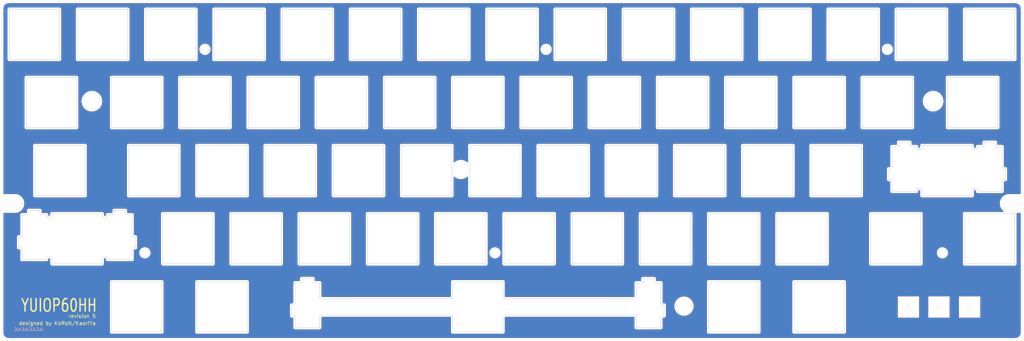
<source format=kicad_pcb>
(kicad_pcb (version 20211014) (generator pcbnew)
  (title_block (title "YUIOP60HH/Top plate") (date "2021-07-04") (rev "4.1") (company "KaoriYa"))
  (layers (0 "F.Cu" signal) (31 "B.Cu" signal) (34 "B.Paste" user) (35 "F.Paste" user) (36 "B.SilkS" user "B.Silkscreen") (37 "F.SilkS" user "F.Silkscreen") (38 "B.Mask" user) (39 "F.Mask" user) (44 "Edge.Cuts" user))
  (net 0 "")
  (footprint "yuiop:TopPlate_v2_Switch_1u" (layer "F.Cu") (at 79.15 109.20984)
    (fp_text reference "KSW1" hide)
    (fp_text value "ESC" hide)
    (fp_line (start -7.0104 7.0104) (end 7.0104 7.0104) (layer "Edge.Cuts") (width 0.12))
    (fp_line (start 7.0104 -7.0104) (end -7.0104 -7.0104) (layer "Edge.Cuts") (width 0.12))
    (fp_line (start 7.0104 7.0104) (end 7.0104 -7.0104) (layer "Edge.Cuts") (width 0.12))
    (fp_line (start -7.0104 -7.0104) (end -7.0104 7.0104) (layer "Edge.Cuts") (width 0.12))
  )
  (footprint "yuiop:TopPlate_v2_Switch_1u" (layer "F.Cu") (at 98.2 109.20984)
    (fp_text reference "KSW2" hide)
    (fp_text value "1" hide)
    (fp_line (start -7.0104 7.0104) (end 7.0104 7.0104) (layer "Edge.Cuts") (width 0.12))
    (fp_line (start 7.0104 7.0104) (end 7.0104 -7.0104) (layer "Edge.Cuts") (width 0.12))
    (fp_line (start -7.0104 -7.0104) (end -7.0104 7.0104) (layer "Edge.Cuts") (width 0.12))
    (fp_line (start 7.0104 -7.0104) (end -7.0104 -7.0104) (layer "Edge.Cuts") (width 0.12))
  )
  (footprint "yuiop:TopPlate_v2_Switch_1u" (layer "F.Cu") (at 117.25 109.20984)
    (fp_text reference "KSW3" hide)
    (fp_text value "2" hide)
    (fp_line (start -7.0104 -7.0104) (end -7.0104 7.0104) (layer "Edge.Cuts") (width 0.12))
    (fp_line (start -7.0104 7.0104) (end 7.0104 7.0104) (layer "Edge.Cuts") (width 0.12))
    (fp_line (start 7.0104 -7.0104) (end -7.0104 -7.0104) (layer "Edge.Cuts") (width 0.12))
    (fp_line (start 7.0104 7.0104) (end 7.0104 -7.0104) (layer "Edge.Cuts") (width 0.12))
  )
  (footprint "yuiop:TopPlate_v2_Switch_1u" (layer "F.Cu") (at 136.3 109.20984)
    (fp_text reference "KSW4" hide)
    (fp_text value "3" hide)
    (fp_line (start -7.0104 -7.0104) (end -7.0104 7.0104) (layer "Edge.Cuts") (width 0.12))
    (fp_line (start 7.0104 -7.0104) (end -7.0104 -7.0104) (layer "Edge.Cuts") (width 0.12))
    (fp_line (start -7.0104 7.0104) (end 7.0104 7.0104) (layer "Edge.Cuts") (width 0.12))
    (fp_line (start 7.0104 7.0104) (end 7.0104 -7.0104) (layer "Edge.Cuts") (width 0.12))
  )
  (footprint "yuiop:TopPlate_v2_Switch_1u" (layer "F.Cu") (at 155.35 109.20984)
    (fp_text reference "KSW5" hide)
    (fp_text value "4" hide)
    (fp_line (start -7.0104 -7.0104) (end -7.0104 7.0104) (layer "Edge.Cuts") (width 0.12))
    (fp_line (start 7.0104 -7.0104) (end -7.0104 -7.0104) (layer "Edge.Cuts") (width 0.12))
    (fp_line (start -7.0104 7.0104) (end 7.0104 7.0104) (layer "Edge.Cuts") (width 0.12))
    (fp_line (start 7.0104 7.0104) (end 7.0104 -7.0104) (layer "Edge.Cuts") (width 0.12))
  )
  (footprint "yuiop:TopPlate_v2_Switch_1u" (layer "F.Cu") (at 174.4 109.20984)
    (fp_text reference "KSW6" hide)
    (fp_text value "5" hide)
    (fp_line (start -7.0104 7.0104) (end 7.0104 7.0104) (layer "Edge.Cuts") (width 0.12))
    (fp_line (start 7.0104 -7.0104) (end -7.0104 -7.0104) (layer "Edge.Cuts") (width 0.12))
    (fp_line (start -7.0104 -7.0104) (end -7.0104 7.0104) (layer "Edge.Cuts") (width 0.12))
    (fp_line (start 7.0104 7.0104) (end 7.0104 -7.0104) (layer "Edge.Cuts") (width 0.12))
  )
  (footprint "yuiop:TopPlate_v2_Switch_1u" (layer "F.Cu") (at 193.45 109.20984)
    (fp_text reference "KSW7" hide)
    (fp_text value "6" hide)
    (fp_line (start 7.0104 7.0104) (end 7.0104 -7.0104) (layer "Edge.Cuts") (width 0.12))
    (fp_line (start 7.0104 -7.0104) (end -7.0104 -7.0104) (layer "Edge.Cuts") (width 0.12))
    (fp_line (start -7.0104 -7.0104) (end -7.0104 7.0104) (layer "Edge.Cuts") (width 0.12))
    (fp_line (start -7.0104 7.0104) (end 7.0104 7.0104) (layer "Edge.Cuts") (width 0.12))
  )
  (footprint "yuiop:TopPlate_v2_Switch_1u" (layer "F.Cu") (at 212.5 109.20984)
    (fp_text reference "KSW8" hide)
    (fp_text value "7" hide)
    (fp_line (start -7.0104 -7.0104) (end -7.0104 7.0104) (layer "Edge.Cuts") (width 0.12))
    (fp_line (start -7.0104 7.0104) (end 7.0104 7.0104) (layer "Edge.Cuts") (width 0.12))
    (fp_line (start 7.0104 -7.0104) (end -7.0104 -7.0104) (layer "Edge.Cuts") (width 0.12))
    (fp_line (start 7.0104 7.0104) (end 7.0104 -7.0104) (layer "Edge.Cuts") (width 0.12))
  )
  (footprint "yuiop:TopPlate_v2_Switch_1u" (layer "F.Cu") (at 231.55 109.20984)
    (fp_text reference "KSW9" hide)
    (fp_text value "8" hide)
    (fp_line (start 7.0104 -7.0104) (end -7.0104 -7.0104) (layer "Edge.Cuts") (width 0.12))
    (fp_line (start -7.0104 7.0104) (end 7.0104 7.0104) (layer "Edge.Cuts") (width 0.12))
    (fp_line (start -7.0104 -7.0104) (end -7.0104 7.0104) (layer "Edge.Cuts") (width 0.12))
    (fp_line (start 7.0104 7.0104) (end 7.0104 -7.0104) (layer "Edge.Cuts") (width 0.12))
  )
  (footprint "yuiop:TopPlate_v2_Switch_1u" (layer "F.Cu") (at 250.6 109.20984)
    (fp_text reference "KSW10" hide)
    (fp_text value "9" hide)
    (fp_line (start -7.0104 7.0104) (end 7.0104 7.0104) (layer "Edge.Cuts") (width 0.12))
    (fp_line (start 7.0104 -7.0104) (end -7.0104 -7.0104) (layer "Edge.Cuts") (width 0.12))
    (fp_line (start -7.0104 -7.0104) (end -7.0104 7.0104) (layer "Edge.Cuts") (width 0.12))
    (fp_line (start 7.0104 7.0104) (end 7.0104 -7.0104) (layer "Edge.Cuts") (width 0.12))
  )
  (footprint "yuiop:TopPlate_v2_Switch_1u" (layer "F.Cu") (at 269.65 109.20984)
    (fp_text reference "KSW11" hide)
    (fp_text value "0" hide)
    (fp_line (start 7.0104 7.0104) (end 7.0104 -7.0104) (layer "Edge.Cuts") (width 0.12))
    (fp_line (start 7.0104 -7.0104) (end -7.0104 -7.0104) (layer "Edge.Cuts") (width 0.12))
    (fp_line (start -7.0104 7.0104) (end 7.0104 7.0104) (layer "Edge.Cuts") (width 0.12))
    (fp_line (start -7.0104 -7.0104) (end -7.0104 7.0104) (layer "Edge.Cuts") (width 0.12))
  )
  (footprint "yuiop:TopPlate_v2_Switch_1u" (layer "F.Cu") (at 288.7 109.20984)
    (fp_text reference "KSW12" hide)
    (fp_text value "- _" hide)
    (fp_line (start 7.0104 7.0104) (end 7.0104 -7.0104) (layer "Edge.Cuts") (width 0.12))
    (fp_line (start -7.0104 7.0104) (end 7.0104 7.0104) (layer "Edge.Cuts") (width 0.12))
    (fp_line (start -7.0104 -7.0104) (end -7.0104 7.0104) (layer "Edge.Cuts") (width 0.12))
    (fp_line (start 7.0104 -7.0104) (end -7.0104 -7.0104) (layer "Edge.Cuts") (width 0.12))
  )
  (footprint "yuiop:TopPlate_v2_Switch_1u" (layer "F.Cu") (at 307.75 109.20984)
    (fp_text reference "KSW13" hide)
    (fp_text value "= +" hide)
    (fp_line (start 7.0104 7.0104) (end 7.0104 -7.0104) (layer "Edge.Cuts") (width 0.12))
    (fp_line (start -7.0104 -7.0104) (end -7.0104 7.0104) (layer "Edge.Cuts") (width 0.12))
    (fp_line (start 7.0104 -7.0104) (end -7.0104 -7.0104) (layer "Edge.Cuts") (width 0.12))
    (fp_line (start -7.0104 7.0104) (end 7.0104 7.0104) (layer "Edge.Cuts") (width 0.12))
  )
  (footprint "yuiop:TopPlate_v2_Switch_1u" (layer "F.Cu") (at 326.8 109.20984)
    (fp_text reference "KSW14" hide)
    (fp_text value "\\ _" hide)
    (fp_line (start 7.0104 -7.0104) (end -7.0104 -7.0104) (layer "Edge.Cuts") (width 0.12))
    (fp_line (start -7.0104 7.0104) (end 7.0104 7.0104) (layer "Edge.Cuts") (width 0.12))
    (fp_line (start -7.0104 -7.0104) (end -7.0104 7.0104) (layer "Edge.Cuts") (width 0.12))
    (fp_line (start 7.0104 7.0104) (end 7.0104 -7.0104) (layer "Edge.Cuts") (width 0.12))
  )
  (footprint "yuiop:TopPlate_v2_Switch_1u" (layer "F.Cu") (at 345.85 109.20984)
    (fp_text reference "KSW15" hide)
    (fp_text value "` ~" hide)
    (fp_line (start -7.0104 -7.0104) (end -7.0104 7.0104) (layer "Edge.Cuts") (width 0.12))
    (fp_line (start 7.0104 7.0104) (end 7.0104 -7.0104) (layer "Edge.Cuts") (width 0.12))
    (fp_line (start 7.0104 -7.0104) (end -7.0104 -7.0104) (layer "Edge.Cuts") (width 0.12))
    (fp_line (start -7.0104 7.0104) (end 7.0104 7.0104) (layer "Edge.Cuts") (width 0.12))
  )
  (footprint "yuiop:TopPlate_v2_Switch_1u" (layer "F.Cu") (at 83.9125 128.25984)
    (fp_text reference "KSW16" hide)
    (fp_text value "Tab" hide)
    (fp_line (start 7.0104 7.0104) (end 7.0104 -7.0104) (layer "Edge.Cuts") (width 0.12))
    (fp_line (start -7.0104 7.0104) (end 7.0104 7.0104) (layer "Edge.Cuts") (width 0.12))
    (fp_line (start -7.0104 -7.0104) (end -7.0104 7.0104) (layer "Edge.Cuts") (width 0.12))
    (fp_line (start 7.0104 -7.0104) (end -7.0104 -7.0104) (layer "Edge.Cuts") (width 0.12))
  )
  (footprint "yuiop:TopPlate_v2_Switch_1u" (layer "F.Cu") (at 107.725 128.25984)
    (fp_text reference "KSW17" hide)
    (fp_text value "Q" hide)
    (fp_line (start -7.0104 7.0104) (end 7.0104 7.0104) (layer "Edge.Cuts") (width 0.12))
    (fp_line (start 7.0104 7.0104) (end 7.0104 -7.0104) (layer "Edge.Cuts") (width 0.12))
    (fp_line (start 7.0104 -7.0104) (end -7.0104 -7.0104) (layer "Edge.Cuts") (width 0.12))
    (fp_line (start -7.0104 -7.0104) (end -7.0104 7.0104) (layer "Edge.Cuts") (width 0.12))
  )
  (footprint "yuiop:TopPlate_v2_Switch_1u" (layer "F.Cu") (at 126.775 128.25984)
    (fp_text reference "KSW18" hide)
    (fp_text value "W" hide)
    (fp_line (start 7.0104 7.0104) (end 7.0104 -7.0104) (layer "Edge.Cuts") (width 0.12))
    (fp_line (start -7.0104 -7.0104) (end -7.0104 7.0104) (layer "Edge.Cuts") (width 0.12))
    (fp_line (start 7.0104 -7.0104) (end -7.0104 -7.0104) (layer "Edge.Cuts") (width 0.12))
    (fp_line (start -7.0104 7.0104) (end 7.0104 7.0104) (layer "Edge.Cuts") (width 0.12))
  )
  (footprint "yuiop:TopPlate_v2_Switch_1u" (layer "F.Cu") (at 145.825 128.25984)
    (fp_text reference "KSW19" hide)
    (fp_text value "E" hide)
    (fp_line (start -7.0104 -7.0104) (end -7.0104 7.0104) (layer "Edge.Cuts") (width 0.12))
    (fp_line (start 7.0104 -7.0104) (end -7.0104 -7.0104) (layer "Edge.Cuts") (width 0.12))
    (fp_line (start -7.0104 7.0104) (end 7.0104 7.0104) (layer "Edge.Cuts") (width 0.12))
    (fp_line (start 7.0104 7.0104) (end 7.0104 -7.0104) (layer "Edge.Cuts") (width 0.12))
  )
  (footprint "yuiop:TopPlate_v2_Switch_1u" (layer "F.Cu") (at 164.875 128.25984)
    (fp_text reference "KSW20" hide)
    (fp_text value "R" hide)
    (fp_line (start -7.0104 7.0104) (end 7.0104 7.0104) (layer "Edge.Cuts") (width 0.12))
    (fp_line (start 7.0104 -7.0104) (end -7.0104 -7.0104) (layer "Edge.Cuts") (width 0.12))
    (fp_line (start -7.0104 -7.0104) (end -7.0104 7.0104) (layer "Edge.Cuts") (width 0.12))
    (fp_line (start 7.0104 7.0104) (end 7.0104 -7.0104) (layer "Edge.Cuts") (width 0.12))
  )
  (footprint "yuiop:TopPlate_v2_Switch_1u" (layer "F.Cu") (at 183.925 128.25984)
    (fp_text reference "KSW21" hide)
    (fp_text value "T" hide)
    (fp_line (start -7.0104 7.0104) (end 7.0104 7.0104) (layer "Edge.Cuts") (width 0.12))
    (fp_line (start -7.0104 -7.0104) (end -7.0104 7.0104) (layer "Edge.Cuts") (width 0.12))
    (fp_line (start 7.0104 7.0104) (end 7.0104 -7.0104) (layer "Edge.Cuts") (width 0.12))
    (fp_line (start 7.0104 -7.0104) (end -7.0104 -7.0104) (layer "Edge.Cuts") (width 0.12))
  )
  (footprint "yuiop:TopPlate_v2_Switch_1u" (layer "F.Cu") (at 202.975 128.25984)
    (fp_text reference "KSW22" hide)
    (fp_text value "Y" hide)
    (fp_line (start -7.0104 -7.0104) (end -7.0104 7.0104) (layer "Edge.Cuts") (width 0.12))
    (fp_line (start 7.0104 7.0104) (end 7.0104 -7.0104) (layer "Edge.Cuts") (width 0.12))
    (fp_line (start 7.0104 -7.0104) (end -7.0104 -7.0104) (layer "Edge.Cuts") (width 0.12))
    (fp_line (start -7.0104 7.0104) (end 7.0104 7.0104) (layer "Edge.Cuts") (width 0.12))
  )
  (footprint "yuiop:TopPlate_v2_Switch_1u" (layer "F.Cu") (at 222.025 128.25984)
    (fp_text reference "KSW23" hide)
    (fp_text value "U" hide)
    (fp_line (start 7.0104 -7.0104) (end -7.0104 -7.0104) (layer "Edge.Cuts") (width 0.12))
    (fp_line (start -7.0104 -7.0104) (end -7.0104 7.0104) (layer "Edge.Cuts") (width 0.12))
    (fp_line (start 7.0104 7.0104) (end 7.0104 -7.0104) (layer "Edge.Cuts") (width 0.12))
    (fp_line (start -7.0104 7.0104) (end 7.0104 7.0104) (layer "Edge.Cuts") (width 0.12))
  )
  (footprint "yuiop:TopPlate_v2_Switch_1u" (layer "F.Cu") (at 241.075 128.25984)
    (fp_text reference "KSW24" hide)
    (fp_text value "I" hide)
    (fp_line (start -7.0104 7.0104) (end 7.0104 7.0104) (layer "Edge.Cuts") (width 0.12))
    (fp_line (start -7.0104 -7.0104) (end -7.0104 7.0104) (layer "Edge.Cuts") (width 0.12))
    (fp_line (start 7.0104 -7.0104) (end -7.0104 -7.0104) (layer "Edge.Cuts") (width 0.12))
    (fp_line (start 7.0104 7.0104) (end 7.0104 -7.0104) (layer "Edge.Cuts") (width 0.12))
  )
  (footprint "yuiop:TopPlate_v2_Switch_1u" (layer "F.Cu") (at 260.125 128.25984)
    (fp_text reference "KSW25" hide)
    (fp_text value "O" hide)
    (fp_line (start 7.0104 -7.0104) (end -7.0104 -7.0104) (layer "Edge.Cuts") (width 0.12))
    (fp_line (start -7.0104 7.0104) (end 7.0104 7.0104) (layer "Edge.Cuts") (width 0.12))
    (fp_line (start -7.0104 -7.0104) (end -7.0104 7.0104) (layer "Edge.Cuts") (width 0.12))
    (fp_line (start 7.0104 7.0104) (end 7.0104 -7.0104) (layer "Edge.Cuts") (width 0.12))
  )
  (footprint "yuiop:TopPlate_v2_Switch_1u" (layer "F.Cu") (at 279.175 128.25984)
    (fp_text reference "KSW26" hide)
    (fp_text value "P" hide)
    (fp_line (start -7.0104 7.0104) (end 7.0104 7.0104) (layer "Edge.Cuts") (width 0.12))
    (fp_line (start -7.0104 -7.0104) (end -7.0104 7.0104) (layer "Edge.Cuts") (width 0.12))
    (fp_line (start 7.0104 7.0104) (end 7.0104 -7.0104) (layer "Edge.Cuts") (width 0.12))
    (fp_line (start 7.0104 -7.0104) (end -7.0104 -7.0104) (layer "Edge.Cuts") (width 0.12))
  )
  (footprint "yuiop:TopPlate_v2_Switch_1u" (layer "F.Cu") (at 298.225 128.25984)
    (fp_text reference "KSW27" hide)
    (fp_text value "[ {" hide)
    (fp_line (start 7.0104 -7.0104) (end -7.0104 -7.0104) (layer "Edge.Cuts") (width 0.12))
    (fp_line (start -7.0104 -7.0104) (end -7.0104 7.0104) (layer "Edge.Cuts") (width 0.12))
    (fp_line (start -7.0104 7.0104) (end 7.0104 7.0104) (layer "Edge.Cuts") (width 0.12))
    (fp_line (start 7.0104 7.0104) (end 7.0104 -7.0104) (layer "Edge.Cuts") (width 0.12))
  )
  (footprint "yuiop:TopPlate_v2_Switch_1u" (layer "F.Cu") (at 317.275 128.25984)
    (fp_text reference "KSW28" hide)
    (fp_text value "] }" hide)
    (fp_line (start 7.0104 -7.0104) (end -7.0104 -7.0104) (layer "Edge.Cuts") (width 0.12))
    (fp_line (start -7.0104 -7.0104) (end -7.0104 7.0104) (layer "Edge.Cuts") (width 0.12))
    (fp_line (start 7.0104 7.0104) (end 7.0104 -7.0104) (layer "Edge.Cuts") (width 0.12))
    (fp_line (start -7.0104 7.0104) (end 7.0104 7.0104) (layer "Edge.Cuts") (width 0.12))
  )
  (footprint "yuiop:TopPlate_v2_Switch_1u" (layer "F.Cu") (at 341.087 128.25984)
    (fp_text reference "KSW29" hide)
    (fp_text value "Delete" hide)
    (fp_line (start 7.0104 7.0104) (end 7.0104 -7.0104) (layer "Edge.Cuts") (width 0.12))
    (fp_line (start -7.0104 -7.0104) (end -7.0104 7.0104) (layer "Edge.Cuts") (width 0.12))
    (fp_line (start 7.0104 -7.0104) (end -7.0104 -7.0104) (layer "Edge.Cuts") (width 0.12))
    (fp_line (start -7.0104 7.0104) (end 7.0104 7.0104) (layer "Edge.Cuts") (width 0.12))
  )
  (footprint "yuiop:TopPlate_v2_Switch_1u" (layer "F.Cu") (at 86.2938 147.30984)
    (fp_text reference "KSW30" hide)
    (fp_text value "Ctrl" hide)
    (fp_line (start -7.0104 7.0104) (end 7.0104 7.0104) (layer "Edge.Cuts") (width 0.12))
    (fp_line (start -7.0104 -7.0104) (end -7.0104 7.0104) (layer "Edge.Cuts") (width 0.12))
    (fp_line (start 7.0104 -7.0104) (end -7.0104 -7.0104) (layer "Edge.Cuts") (width 0.12))
    (fp_line (start 7.0104 7.0104) (end 7.0104 -7.0104) (layer "Edge.Cuts") (width 0.12))
  )
  (footprint "yuiop:TopPlate_v2_Switch_1u" (layer "F.Cu") (at 112.487 147.30984)
    (fp_text reference "KSW31" hide)
    (fp_text value "A" hide)
    (fp_line (start 7.0104 -7.0104) (end -7.0104 -7.0104) (layer "Edge.Cuts") (width 0.12))
    (fp_line (start -7.0104 -7.0104) (end -7.0104 7.0104) (layer "Edge.Cuts") (width 0.12))
    (fp_line (start 7.0104 7.0104) (end 7.0104 -7.0104) (layer "Edge.Cuts") (width 0.12))
    (fp_line (start -7.0104 7.0104) (end 7.0104 7.0104) (layer "Edge.Cuts") (width 0.12))
  )
  (footprint "yuiop:TopPlate_v2_Switch_1u" (layer "F.Cu") (at 131.537 147.30984)
    (fp_text reference "KSW32" hide)
    (fp_text value "S" hide)
    (fp_line (start 7.0104 7.0104) (end 7.0104 -7.0104) (layer "Edge.Cuts") (width 0.12))
    (fp_line (start 7.0104 -7.0104) (end -7.0104 -7.0104) (layer "Edge.Cuts") (width 0.12))
    (fp_line (start -7.0104 7.0104) (end 7.0104 7.0104) (layer "Edge.Cuts") (width 0.12))
    (fp_line (start -7.0104 -7.0104) (end -7.0104 7.0104) (layer "Edge.Cuts") (width 0.12))
  )
  (footprint "yuiop:TopPlate_v2_Switch_1u" (layer "F.Cu") (at 150.587 147.30984)
    (fp_text reference "KSW33" hide)
    (fp_text value "D" hide)
    (fp_line (start -7.0104 7.0104) (end 7.0104 7.0104) (layer "Edge.Cuts") (width 0.12))
    (fp_line (start 7.0104 -7.0104) (end -7.0104 -7.0104) (layer "Edge.Cuts") (width 0.12))
    (fp_line (start 7.0104 7.0104) (end 7.0104 -7.0104) (layer "Edge.Cuts") (width 0.12))
    (fp_line (start -7.0104 -7.0104) (end -7.0104 7.0104) (layer "Edge.Cuts") (width 0.12))
  )
  (footprint "yuiop:TopPlate_v2_Switch_1u" (layer "F.Cu") (at 169.637 147.30984)
    (fp_text reference "KSW34" hide)
    (fp_text value "F" hide)
    (fp_line (start -7.0104 7.0104) (end 7.0104 7.0104) (layer "Edge.Cuts") (width 0.12))
    (fp_line (start 7.0104 7.0104) (end 7.0104 -7.0104) (layer "Edge.Cuts") (width 0.12))
    (fp_line (start 7.0104 -7.0104) (end -7.0104 -7.0104) (layer "Edge.Cuts") (width 0.12))
    (fp_line (start -7.0104 -7.0104) (end -7.0104 7.0104) (layer "Edge.Cuts") (width 0.12))
  )
  (footprint "yuiop:TopPlate_v2_Switch_1u" (layer "F.Cu") (at 188.687 147.30984 180)
    (fp_text reference "KSW35" hide)
    (fp_text value "G" hide)
    (fp_line (start -7.0104 7.0104) (end 7.0104 7.0104) (layer "Edge.Cuts") (width 0.12))
    (fp_line (start -7.0104 -7.0104) (end -7.0104 7.0104) (layer "Edge.Cuts") (width 0.12))
    (fp_line (start 7.0104 7.0104) (end 7.0104 -7.0104) (layer "Edge.Cuts") (width 0.12))
    (fp_line (start 7.0104 -7.0104) (end -7.0104 -7.0104) (layer "Edge.Cuts") (width 0.12))
  )
  (footprint "yuiop:TopPlate_v2_Switch_1u" (layer "F.Cu") (at 207.737 147.30984)
    (fp_text reference "KSW36" hide)
    (fp_text value "H" hide)
    (fp_line (start -7.0104 7.0104) (end 7.0104 7.0104) (layer "Edge.Cuts") (width 0.12))
    (fp_line (start 7.0104 -7.0104) (end -7.0104 -7.0104) (layer "Edge.Cuts") (width 0.12))
    (fp_line (start 7.0104 7.0104) (end 7.0104 -7.0104) (layer "Edge.Cuts") (width 0.12))
    (fp_line (start -7.0104 -7.0104) (end -7.0104 7.0104) (layer "Edge.Cuts") (width 0.12))
  )
  (footprint "yuiop:TopPlate_v2_Switch_1u" (layer "F.Cu") (at 226.787 147.30984)
    (fp_text reference "KSW37" hide)
    (fp_text value "J" hide)
    (fp_line (start 7.0104 -7.0104) (end -7.0104 -7.0104) (layer "Edge.Cuts") (width 0.12))
    (fp_line (start -7.0104 -7.0104) (end -7.0104 7.0104) (layer "Edge.Cuts") (width 0.12))
    (fp_line (start 7.0104 7.0104) (end 7.0104 -7.0104) (layer "Edge.Cuts") (width 0.12))
    (fp_line (start -7.0104 7.0104) (end 7.0104 7.0104) (layer "Edge.Cuts") (width 0.12))
  )
  (footprint "yuiop:TopPlate_v2_Switch_1u" (layer "F.Cu") (at 245.837 147.30984)
    (fp_text reference "KSW38" hide)
    (fp_text value "K" hide)
    (fp_line (start 7.0104 -7.0104) (end -7.0104 -7.0104) (layer "Edge.Cuts") (width 0.12))
    (fp_line (start 7.0104 7.0104) (end 7.0104 -7.0104) (layer "Edge.Cuts") (width 0.12))
    (fp_line (start -7.0104 -7.0104) (end -7.0104 7.0104) (layer "Edge.Cuts") (width 0.12))
    (fp_line (start -7.0104 7.0104) (end 7.0104 7.0104) (layer "Edge.Cuts") (width 0.12))
  )
  (footprint "yuiop:TopPlate_v2_Switch_1u" (layer "F.Cu") (at 264.887 147.30984)
    (fp_text reference "KSW39" hide)
    (fp_text value "L" hide)
    (fp_line (start 7.0104 -7.0104) (end -7.0104 -7.0104) (layer "Edge.Cuts") (width 0.12))
    (fp_line (start -7.0104 -7.0104) (end -7.0104 7.0104) (layer "Edge.Cuts") (width 0.12))
    (fp_line (start 7.0104 7.0104) (end 7.0104 -7.0104) (layer "Edge.Cuts") (width 0.12))
    (fp_line (start -7.0104 7.0104) (end 7.0104 7.0104) (layer "Edge.Cuts") (width 0.12))
  )
  (footprint "yuiop:TopPlate_v2_Switch_1u" (layer "F.Cu") (at 283.937 147.30984)
    (fp_text reference "KSW40" hide)
    (fp_text value "; :" hide)
    (fp_line (start 7.0104 -7.0104) (end -7.0104 -7.0104) (layer "Edge.Cuts") (width 0.12))
    (fp_line (start 7.0104 7.0104) (end 7.0104 -7.0104) (layer "Edge.Cuts") (width 0.12))
    (fp_line (start -7.0104 -7.0104) (end -7.0104 7.0104) (layer "Edge.Cuts") (width 0.12))
    (fp_line (start -7.0104 7.0104) (end 7.0104 7.0104) (layer "Edge.Cuts") (width 0.12))
  )
  (footprint "yuiop:TopPlate_v2_Switch_1u" (layer "F.Cu") (at 302.987 147.30984)
    (fp_text reference "KSW41" hide)
    (fp_text value "' \"" hide)
    (fp_line (start -7.0104 -7.0104) (end -7.0104 7.0104) (layer "Edge.Cuts") (width 0.12))
    (fp_line (start 7.0104 -7.0104) (end -7.0104 -7.0104) (layer "Edge.Cuts") (width 0.12))
    (fp_line (start 7.0104 7.0104) (end 7.0104 -7.0104) (layer "Edge.Cuts") (width 0.12))
    (fp_line (start -7.0104 7.0104) (end 7.0104 7.0104) (layer "Edge.Cuts") (width 0.12))
  )
  (footprint "yuiop:TopPlate_v2_Switch_1u" (layer "F.Cu") (at 122.013 166.35984)
    (fp_text reference "KSW44" hide)
    (fp_text value "Z" hide)
    (fp_line (start 7.0104 7.0104) (end 7.0104 -7.0104) (layer "Edge.Cuts") (width 0.12))
    (fp_line (start -7.0104 7.0104) (end 7.0104 7.0104) (layer "Edge.Cuts") (width 0.12))
    (fp_line (start -7.0104 -7.0104) (end -7.0104 7.0104) (layer "Edge.Cuts") (width 0.12))
    (fp_line (start 7.0104 -7.0104) (end -7.0104 -7.0104) (layer "Edge.Cuts") (width 0.12))
  )
  (footprint "yuiop:TopPlate_v2_Switch_1u" (layer "F.Cu") (at 141.063 166.35984)
    (fp_text reference "KSW45" hide)
    (fp_text value "X" hide)
    (fp_line (start -7.0104 7.0104) (end 7.0104 7.0104) (layer "Edge.Cuts") (width 0.12))
    (fp_line (start 7.0104 7.0104) (end 7.0104 -7.0104) (layer "Edge.Cuts") (width 0.12))
    (fp_line (start 7.0104 -7.0104) (end -7.0104 -7.0104) (layer "Edge.Cuts") (width 0.12))
    (fp_line (start -7.0104 -7.0104) (end -7.0104 7.0104) (layer "Edge.Cuts") (width 0.12))
  )
  (footprint "yuiop:TopPlate_v2_Switch_1u" (layer "F.Cu") (at 160.113 166.35984)
    (fp_text reference "KSW46" hide)
    (fp_text value "C" hide)
    (fp_line (start 7.0104 7.0104) (end 7.0104 -7.0104) (layer "Edge.Cuts") (width 0.12))
    (fp_line (start 7.0104 -7.0104) (end -7.0104 -7.0104) (layer "Edge.Cuts") (width 0.12))
    (fp_line (start -7.0104 7.0104) (end 7.0104 7.0104) (layer "Edge.Cuts") (width 0.12))
    (fp_line (start -7.0104 -7.0104) (end -7.0104 7.0104) (layer "Edge.Cuts") (width 0.12))
  )
  (footprint "yuiop:TopPlate_v2_Switch_1u" (layer "F.Cu") (at 179.163 166.35984)
    (fp_text reference "KSW47" hide)
    (fp_text value "V" hide)
    (fp_line (start -7.0104 7.0104) (end 7.0104 7.0104) (layer "Edge.Cuts") (width 0.12))
    (fp_line (start 7.0104 -7.0104) (end -7.0104 -7.0104) (layer "Edge.Cuts") (width 0.12))
    (fp_line (start 7.0104 7.0104) (end 7.0104 -7.0104) (layer "Edge.Cuts") (width 0.12))
    (fp_line (start -7.0104 -7.0104) (end -7.0104 7.0104) (layer "Edge.Cuts") (width 0.12))
  )
  (footprint "yuiop:TopPlate_v2_Switch_1u" (layer "F.Cu") (at 198.213 166.35984)
    (fp_text reference "KSW48" hide)
    (fp_text value "B" hide)
    (fp_line (start 7.0104 -7.0104) (end -7.0104 -7.0104) (layer "Edge.Cuts") (width 0.12))
    (fp_line (start -7.0104 7.0104) (end 7.0104 7.0104) (layer "Edge.Cuts") (width 0.12))
    (fp_line (start 7.0104 7.0104) (end 7.0104 -7.0104) (layer "Edge.Cuts") (width 0.12))
    (fp_line (start -7.0104 -7.0104) (end -7.0104 7.0104) (layer "Edge.Cuts") (width 0.12))
  )
  (footprint "yuiop:TopPlate_v2_Switch_1u" (layer "F.Cu") (at 217.263 166.35984)
    (fp_text reference "KSW49" hide)
    (fp_text value "N" hide)
    (fp_line (start -7.0104 7.0104) (end 7.0104 7.0104) (layer "Edge.Cuts") (width 0.12))
    (fp_line (start -7.0104 -7.0104) (end -7.0104 7.0104) (layer "Edge.Cuts") (width 0.12))
    (fp_line (start 7.0104 -7.0104) (end -7.0104 -7.0104) (layer "Edge.Cuts") (width 0.12))
    (fp_line (start 7.0104 7.0104) (end 7.0104 -7.0104) (layer "Edge.Cuts") (width 0.12))
  )
  (footprint "yuiop:TopPlate_v2_Switch_1u" (layer "F.Cu") (at 236.313 166.35984)
    (fp_text reference "KSW50" hide)
    (fp_text value "M" hide)
    (fp_line (start -7.0104 7.0104) (end 7.0104 7.0104) (layer "Edge.Cuts") (width 0.12))
    (fp_line (start 7.0104 -7.0104) (end -7.0104 -7.0104) (layer "Edge.Cuts") (width 0.12))
    (fp_line (start 7.0104 7.0104) (end 7.0104 -7.0104) (layer "Edge.Cuts") (width 0.12))
    (fp_line (start -7.0104 -7.0104) (end -7.0104 7.0104) (layer "Edge.Cuts") (width 0.12))
  )
  (footprint "yuiop:TopPlate_v2_Switch_1u" (layer "F.Cu") (at 255.363 166.35984)
    (fp_text reference "KSW51" hide)
    (fp_text value ", <" hide)
    (fp_line (start 7.0104 -7.0104) (end -7.0104 -7.0104) (layer "Edge.Cuts") (width 0.12))
    (fp_line (start -7.0104 -7.0104) (end -7.0104 7.0104) (layer "Edge.Cuts") (width 0.12))
    (fp_line (start 7.0104 7.0104) (end 7.0104 -7.0104) (layer "Edge.Cuts") (width 0.12))
    (fp_line (start -7.0104 7.0104) (end 7.0104 7.0104) (layer "Edge.Cuts") (width 0.12))
  )
  (footprint "yuiop:TopPlate_v2_Switch_1u" (layer "F.Cu") (at 274.413 166.35984)
    (fp_text reference "KSW52" hide)
    (fp_text value ". >" hide)
    (fp_line (start -7.0104 7.0104) (end 7.0104 7.0104) (layer "Edge.Cuts") (width 0.12))
    (fp_line (start 7.0104 7.0104) (end 7.0104 -7.0104) (layer "Edge.Cuts") (width 0.12))
    (fp_line (start 7.0104 -7.0104) (end -7.0104 -7.0104) (layer "Edge.Cuts") (width 0.12))
    (fp_line (start -7.0104 -7.0104) (end -7.0104 7.0104) (layer "Edge.Cuts") (width 0.12))
  )
  (footprint "yuiop:TopPlate_v2_Switch_1u" (layer "F.Cu") (at 293.463 166.35984)
    (fp_text reference "KSW53" hide)
    (fp_text value "/ ?" hide)
    (fp_line (start -7.0104 7.0104) (end 7.0104 7.0104) (layer "Edge.Cuts") (width 0.12))
    (fp_line (start -7.0104 -7.0104) (end -7.0104 7.0104) (layer "Edge.Cuts") (width 0.12))
    (fp_line (start 7.0104 -7.0104) (end -7.0104 -7.0104) (layer "Edge.Cuts") (width 0.12))
    (fp_line (start 7.0104 7.0104) (end 7.0104 -7.0104) (layer "Edge.Cuts") (width 0.12))
  )
  (footprint "yuiop:TopPlate_v2_Switch_1u" (layer "F.Cu") (at 319.656 166.35984)
    (fp_text reference "KSW54" hide)
    (fp_text value "Shift" hide)
    (fp_line (start 7.0104 -7.0104) (end -7.0104 -7.0104) (layer "Edge.Cuts") (width 0.12))
    (fp_line (start 7.0104 7.0104) (end 7.0104 -7.0104) (layer "Edge.Cuts") (width 0.12))
    (fp_line (start -7.0104 -7.0104) (end -7.0104 7.0104) (layer "Edge.Cuts") (width 0.12))
    (fp_line (start -7.0104 7.0104) (end 7.0104 7.0104) (layer "Edge.Cuts") (width 0.12))
  )
  (footprint "yuiop:TopPlate_v2_Switch_1u" (layer "F.Cu") (at 345.85 166.35984)
    (fp_text reference "KSW55" hide)
    (fp_text value "Fn" hide)
    (fp_line (start 7.0104 -7.0104) (end -7.0104 -7.0104) (layer "Edge.Cuts") (width 0.12))
    (fp_line (start -7.0104 -7.0104) (end -7.0104 7.0104) (layer "Edge.Cuts") (width 0.12))
    (fp_line (start 7.0104 7.0104) (end 7.0104 -7.0104) (layer "Edge.Cuts") (width 0.12))
    (fp_line (start -7.0104 7.0104) (end 7.0104 7.0104) (layer "Edge.Cuts") (width 0.12))
  )
  (footprint "yuiop:TopPlate_v2_Switch_1u" (layer "F.Cu") (at 131.537 185.40984)
    (fp_text reference "KSW57" hide)
    (fp_text value "GUI" hide)
    (fp_line (start -7.0104 -7.0104) (end -7.0104 7.0104) (layer "Edge.Cuts") (width 0.12))
    (fp_line (start 7.0104 7.0104) (end 7.0104 -7.0104) (layer "Edge.Cuts") (width 0.12))
    (fp_line (start 7.0104 -7.0104) (end -7.0104 -7.0104) (layer "Edge.Cuts") (width 0.12))
    (fp_line (start -7.0104 7.0104) (end 7.0104 7.0104) (layer "Edge.Cuts") (width 0.12))
  )
  (footprint "yuiop:TopPlate_v2_Switch_1u" (layer "F.Cu") (at 274.413 185.40984)
    (fp_text reference "KSW59" hide)
    (fp_text value "GUI" hide)
    (fp_line (start -7.0104 -7.0104) (end -7.0104 7.0104) (layer "Edge.Cuts") (width 0.12))
    (fp_line (start 7.0104 -7.0104) (end -7.0104 -7.0104) (layer "Edge.Cuts") (width 0.12))
    (fp_line (start 7.0104 7.0104) (end 7.0104 -7.0104) (layer "Edge.Cuts") (width 0.12))
    (fp_line (start -7.0104 7.0104) (end 7.0104 7.0104) (layer "Edge.Cuts") (width 0.12))
  )
  (footprint "yuiop:TopPlate_v2_Switch_1u" (layer "F.Cu") (at 298.225 185.40984)
    (fp_text reference "KSW60" hide)
    (fp_text value "Alt" hide)
    (fp_line (start -7.0104 7.0104) (end 7.0104 7.0104) (layer "Edge.Cuts") (width 0.12))
    (fp_line (start 7.0104 -7.0104) (end -7.0104 -7.0104) (layer "Edge.Cuts") (width 0.12))
    (fp_line (start -7.0104 -7.0104) (end -7.0104 7.0104) (layer "Edge.Cuts") (width 0.12))
    (fp_line (start 7.0104 7.0104) (end 7.0104 -7.0104) (layer "Edge.Cuts") (width 0.12))
  )
  (footprint "yuiop:TopPlate_v2_Stabilizer_2u" (layer "F.Cu") (at 91.0562 166.35984 180)
    (fp_text reference "KSW43" hide)
    (fp_text value "Shift")
    (fp_line (start 7.5104 -4.9784) (end 8.0097 -4.9784) (layer "Edge.Cuts") (width 0.12))
    (fp_line (start -16.3068 0.508) (end -16.3068 -2.4892) (layer "Edge.Cuts") (width 0.12))
    (fp_line (start 15.867 -2.4892) (end 16.3068 -2.4892) (layer "Edge.Cuts") (width 0.12))
    (fp_line (start 16.3068 0.508) (end 15.867 0.508) (layer "Edge.Cuts") (width 0.12))
    (fp_line (start 7.0104 7.0104) (end -7.0104 7.0104) (layer "Edge.Cuts") (width 0.12))
    (fp_line (start 7.0104 6.4182) (end 7.0104 7.0104) (layer "Edge.Cuts") (width 0.12))
    (fp_line (start 8.509 -5.4784) (end 8.509 -5.7912) (layer "Edge.Cuts") (width 0.12))
    (fp_line (start 10.3632 7.9248) (end 10.3632 7.2056) (layer "Edge.Cuts") (width 0.12))
    (fp_line (start 8.509 6.7056) (end 8.509 6.4182) (layer "Edge.Cuts") (width 0.12))
    (fp_line (start -13.5128 7.9248) (end -13.5128 7.2056) (layer "Edge.Cuts") (width 0.12))
    (fp_line (start -8.509 6.4182) (end -8.509 6.7056) (layer "Edge.Cuts") (width 0.12))
    (fp_line (start -8.0097 -4.9784) (end -7.5104 -4.9784) (layer "Edge.Cuts") (width 0.12))
    (fp_line (start -16.3068 -2.4892) (end -15.867 -2.4892) (layer "Edge.Cuts") (width 0.12))
    (fp_line (start -7.0104 -7.0104) (end 7.0104 -7.0104) (layer "Edge.Cuts") (width 0.12))
    (fp_line (start -15.367 -2.9892) (end -15.367 -5.7912) (layer "Edge.Cuts") (width 0.12))
    (fp_line (start -15.367 -5.7912) (end -8.509 -5.7912) (layer "Edge.Cuts") (width 0.12))
    (fp_line (start -10.3632 7.2056) (end -10.3632 7.9248) (layer "Edge.Cuts") (width 0.12))
    (fp_line (start -8.509 6.7056) (end -9.8632 6.7056) (layer "Edge.Cuts") (width 0.12))
    (fp_line (start 13.5128 7.2056) (end 13.5128 7.9248) (layer "Edge.Cuts") (width 0.12))
    (fp_line (start 8.509 -5.7912) (end 15.367 -5.7912) (layer "Edge.Cuts") (width 0.12))
    (fp_line (start 8.009 5.9182) (end 7.5104 5.9182) (layer "Edge.Cuts") (width 0.12))
    (fp_line (start -14.0128 6.7056) (end -15.367 6.7056) (layer "Edge.Cuts") (width 0.12))
    (fp_line (start 7.0104 -7.0104) (end 7.0104 -5.4784) (layer "Edge.Cuts") (width 0.12))
    (fp_line (start -7.5097 5.9182) (end -8.009 5.9182) (layer "Edge.Cuts") (width 0.12))
    (fp_line (start 16.3068 -2.4892) (end 16.3068 0.508) (layer "Edge.Cuts") (width 0.12))
    (fp_line (start -15.367 6.7056) (end -15.367 1.008) (layer "Edge.Cuts") (width 0.12))
    (fp_line (start 15.367 -5.7912) (end 15.367 -2.9892) (layer "Edge.Cuts") (width 0.12))
    (fp_line (start -10.3632 7.9248) (end -13.5128 7.9248) (layer "Edge.Cuts") (width 0.12))
    (fp_line (start 9.8632 6.7056) (end 8.509 6.7056) (layer "Edge.Cuts") (width 0.12))
    (fp_line (start 15.367 1.008) (end 15.367 6.7056) (layer "Edge.Cuts") (width 0.12))
    (fp_line (start -7.0104 -5.4784) (end -7.0104 -7.0104) (layer "Edge.Cuts") (width 0.12))
    (fp_line (start -15.867 0.508) (end -16.3068 0.508) (layer "Edge.Cuts") (width 0.12))
    (fp_line (start 13.5128 7.9248) (end 10.3632 7.9248) (layer "Edge.Cuts") (width 0.12))
    (fp_line (start -7.0104 7.0104) (end -7.0104 6.4182) (layer "Edge.Cuts") (width 0.12))
    (fp_line (start -8.509 -5.7912) (end -8.509 -5.4784) (layer "Edge.Cuts") (width 0.12))
    (fp_line (start 15.367 6.7056) (end 14.0128 6.7056) (layer "Edge.Cuts") (width 0.12))
    (fp_arc (start -7.5097 5.9182) (mid -7.156599 6.064894) (end -7.0104 6.4182) (layer "Edge.Cuts") (width 0.12))
    (fp_arc (start 7.5104 -4.9784) (mid 7.156847 -5.124847) (end 7.0104 -5.4784) (layer "Edge.Cuts") (width 0.12))
    (fp_arc (start -7.0104 -5.4784) (mid -7.156847 -5.124847) (end -7.5104 -4.9784) (layer "Edge.Cuts") (width 0.12))
    (fp_arc (start 7.0104 6.4182) (mid 7.156847 6.064647) (end 7.5104 5.9182) (layer "Edge.Cuts") (width 0.12))
    (fp_arc (start 8.509 -5.4784) (mid 8.362801 -5.125094) (end 8.0097 -4.9784) (layer "Edge.Cuts") (width 0.12))
    (fp_arc (start 13.5128 7.2056) (mid 13.659247 6.852047) (end 14.0128 6.7056) (layer "Edge.Cuts") (width 0.12))
    (fp_arc (start -15.367 -2.9892) (mid -15.513447 -2.635647) (end -15.867 -2.4892) (layer "Edge.Cuts") (width 0.12))
    (fp_arc (start -15.867 0.508) (mid -15.513447 0.654447) (end -15.367 1.008) (layer "Edge.Cuts") (width 0.12))
    (fp_arc (start -8.0097 -4.9784) (mid -8.362801 -5.125094) (end -8.509 -5.4784) (layer "Edge.Cuts") (width 0.12))
    (fp_arc (start 8.009 5.9182) (mid 8.362553 6.064647) (end 8.509 6.4182) (layer "Edge.Cuts") (width 0.12))
    (fp_arc (start -8.509 6.4182) (mid -8.362553 6.064647) (end -8.009 5.9182) (layer "Edge.Cuts") (width 0.12))
    (fp_arc (start -10.3632 7.2056) (mid -10.216753 6.852047) (end -9.8632 6.7056) (layer "Edge.Cuts") (width 0.12))
    (fp_arc (start 15.367 1.008) (mid 15.513447 0.654447) (end 15.867 0.508) (layer "Edge.Cuts") (width 0.12))
    (fp_arc (start 15.867 -2.4892) (mid 15.513447 -2.635647) (end 15.367 -2.9892) (layer "Edge.Cuts") (width 0.12))
    (fp_arc (start -14.0128 6.7056) (mid -13.659247 6.852047) (end -13.5128 7.2056) (layer "Edge.Cuts") (width 0.12))
    (fp_arc (start 9.8632 6.7056) (mid 10.216753 6.852047) (end 10.3632 7.2056) (layer "Edge.Cuts") (width 0.12))
  )
  (footprint "yuiop:TopPlate_v2_Stabilizer_6u" (layer "F.Cu") (at 202.975 185.40984 180)
    (fp_text reference "KSW58" hide)
    (fp_text value "Space")
    (fp_line (start 43.696 2.286) (end 7.5104 2.286) (layer "Edge.Cuts") (width 0.12))
    (fp_line (start 44.196 6.7056) (end 44.196 2.786) (layer "Edge.Cuts") (width 0.12))
    (fp_line (start -44.196 2.786) (end -44.196 6.7056) (layer "Edge.Cuts") (width 0.12))
    (fp_line (start 49.1998 7.2056) (end 49.1998 7.9248) (layer "Edge.Cuts") (width 0.12))
    (fp_line (start -51.054 -2.9892) (end -51.054 -5.7912) (layer "Edge.Cuts") (width 0.12))
    (fp_line (start -7.0104 7.0104) (end -7.0104 2.786) (layer "Edge.Cuts") (width 0.12))
    (fp_line (start -51.554 0.508) (end -51.9938 0.508) (layer "Edge.Cuts") (width 0.12))
    (fp_line (start 51.554 -2.4892) (end 51.9938 -2.4892) (layer "Edge.Cuts") (width 0.12))
    (fp_line (start 7.0104 7.0104) (end -7.0104 7.0104) (layer "Edge.Cuts") (width 0.12))
    (fp_line (start -7.0104 -2.786) (end -7.0104 -7.0104) (layer "Edge.Cuts") (width 0.12))
    (fp_line (start 7.5104 -2.286) (end 43.696 -2.286) (layer "Edge.Cuts") (width 0.12))
    (fp_line (start 46.0502 7.9248) (end 46.0502 7.2056) (layer "Edge.Cuts") (width 0.12))
    (fp_line (start -46.0502 7.9248) (end -49.1998 7.9248) (layer "Edge.Cuts") (width 0.12))
    (fp_line (start -44.196 -5.7912) (end -44.196 -2.786) (layer "Edge.Cuts") (width 0.12))
    (fp_line (start 44.196 -2.786) (end 44.196 -5.7912) (layer "Edge.Cuts") (width 0.12))
    (fp_line (start 7.0104 2.786) (end 7.0104 7.0104) (layer "Edge.Cuts") (width 0.12))
    (fp_line (start -51.9938 0.508) (end -51.9938 -2.4892) (layer "Edge.Cuts") (width 0.12))
    (fp_line (start 51.9938 -2.4892) (end 51.9938 0.508) (layer "Edge.Cuts") (width 0.12))
    (fp_line (start -7.5104 2.286) (end -43.696 2.286) (layer "Edge.Cuts") (width 0.12))
    (fp_line (start 51.9938 0.508) (end 51.554 0.508) (layer "Edge.Cuts") (width 0.12))
    (fp_line (start -46.0502 7.2056) (end -46.0502 7.9248) (layer "Edge.Cuts") (width 0.12))
    (fp_line (start -49.1998 7.9248) (end -49.1998 7.2056) (layer "Edge.Cuts") (width 0.12))
    (fp_line (start -44.196 6.7056) (end -45.5502 6.7056) (layer "Edge.Cuts") (width 0.12))
    (fp_line (start -7.0104 -7.0104) (end 7.0104 -7.0104) (layer "Edge.Cuts") (width 0.12))
    (fp_line (start 7.0104 -7.0104) (end 7.0104 -2.786) (layer "Edge.Cuts") (width 0.12))
    (fp_line (start -51.9938 -2.4892) (end -51.523954 -2.490104) (layer "Edge.Cuts") (width 0.12))
    (fp_line (start -51.054 6.7056) (end -51.054 1.008) (layer "Edge.Cuts") (width 0.12))
    (fp_line (start -43.696 -2.286) (end -7.5104 -2.286) (layer "Edge.Cuts") (width 0.12))
    (fp_line (start 51.054 6.7056) (end 49.6998 6.7056) (layer "Edge.Cuts") (width 0.12))
    (fp_line (start 49.1998 7.9248) (end 46.0502 7.9248) (layer "Edge.Cuts") (width 0.12))
    (fp_line (start -51.054 -5.7912) (end -44.196 -5.7912) (layer "Edge.Cuts") (width 0.12))
    (fp_line (start 44.196 -5.7912) (end 51.054 -5.7912) (layer "Edge.Cuts") (width 0.12))
    (fp_line (start -49.6998 6.7056) (end -51.054 6.7056) (layer "Edge.Cuts") (width 0.12))
    (fp_line (start 45.5502 6.7056) (end 44.196 6.7056) (layer "Edge.Cuts") (width 0.12))
    (fp_line (start 51.054 -5.7912) (end 51.054 -2.9892) (layer "Edge.Cuts") (width 0.12))
    (fp_line (start 51.054 1.008) (end 51.054 6.7056) (layer "Edge.Cuts") (width 0.12))
    (fp_arc (start 7.0104 2.786) (mid 7.156847 2.432447) (end 7.5104 2.286) (layer "Edge.Cuts") (width 0.12))
    (fp_arc (start 49.1998 7.2056) (mid 49.346247 6.852047) (end 49.6998 6.7056) (layer "Edge.Cuts") (width 0.12))
    (fp_arc (start 51.554 -2.4892) (mid 51.200447 -2.635647) (end 51.054 -2.9892) (layer "Edge.Cuts") (width 0.12))
    (fp_arc (start 43.696 2.286) (mid 44.049553 2.432447) (end 44.196 2.786) (layer "Edge.Cuts") (width 0.12))
    (fp_arc (start -51.554 0.508) (mid -51.200447 0.654447) (end -51.054 1.008) (layer "Edge.Cuts") (width 0.12))
    (fp_arc (start -7.0104 -2.786) (mid -7.156847 -2.432447) (end -7.5104 -2.286) (layer "Edge.Cuts") (width 0.12))
    (fp_arc (start -51.054 -2.9892) (mid -51.189979 -2.646434) (end -51.523954 -2.490104) (layer "Edge.Cuts") (width 0.12))
    (fp_arc (start 45.5502 6.7056) (mid 45.903753 6.852047) (end 46.0502 7.2056) (layer "Edge.Cuts") (width 0.12))
    (fp_arc (start -43.696 -2.286) (mid -44.049553 -2.432447) (end -44.196 -2.786) (layer "Edge.Cuts") (width 0.12))
    (fp_arc (start -7.5104 2.286) (mid -7.156847 2.432447) (end -7.0104 2.786) (layer "Edge.Cuts") (width 0.12))
    (fp_arc (start -44.196 2.786) (mid -44.049553 2.432447) (end -43.696 2.286) (layer "Edge.Cuts") (width 0.12))
    (fp_arc (start 7.5104 -2.286) (mid 7.156847 -2.432447) (end 7.0104 -2.786) (layer "Edge.Cuts") (width 0.12))
    (fp_arc (start 51.054 1.008) (mid 51.200447 0.654447) (end 51.554 0.508) (layer "Edge.Cuts") (width 0.12))
    (fp_arc (start 44.196 -2.786) (mid 44.049553 -2.432447) (end 43.696 -2.286) (layer "Edge.Cuts") (width 0.12))
    (fp_arc (start -46.0502 7.2056) (mid -45.903753 6.852047) (end -45.5502 6.7056) (layer "Edge.Cuts") (width 0.12))
    (fp_arc (start -49.6998 6.7056) (mid -49.346247 6.852047) (end -49.1998 7.2056) (layer "Edge.Cuts") (width 0.12))
  )
  (footprint "yuiop:TopPlate_v2_Stabilizer_2u" (layer "F.Cu") (at 333.944 147.30984 180)
    (fp_text reference "KSW42" hide)
    (fp_text value "Return")
    (fp_line (start 16.3068 0.508) (end 15.867 0.508) (layer "Edge.Cuts") (width 0.12))
    (fp_line (start -15.367 -5.7912) (end -8.509 -5.7912) (layer "Edge.Cuts") (width 0.12))
    (fp_line (start 13.5128 7.9248) (end 10.3632 7.9248) (layer "Edge.Cuts") (width 0.12))
    (fp_line (start 10.3632 7.9248) (end 10.3632 7.2056) (layer "Edge.Cuts") (width 0.12))
    (fp_line (start -13.5128 7.9248) (end -13.5128 7.2056) (layer "Edge.Cuts") (width 0.12))
    (fp_line (start 15.367 6.7056) (end 14.0128 6.7056) (layer "Edge.Cuts") (width 0.12))
    (fp_line (start -7.0104 7.0104) (end -7.0104 6.4182) (layer "Edge.Cuts") (width 0.12))
    (fp_line (start 8.509 6.7056) (end 8.509 6.4182) (layer "Edge.Cuts") (width 0.12))
    (fp_line (start -15.367 -2.9892) (end -15.367 -5.7912) (layer "Edge.Cuts") (width 0.12))
    (fp_line (start -7.5097 5.9182) (end -8.009 5.9182) (layer "Edge.Cuts") (width 0.12))
    (fp_line (start 9.8632 6.7056) (end 8.509 6.7056) (layer "Edge.Cuts") (width 0.12))
    (fp_line (start -8.509 6.4182) (end -8.509 6.7056) (layer "Edge.Cuts") (width 0.12))
    (fp_line (start 7.0104 7.0104) (end -7.0104 7.0104) (layer "Edge.Cuts") (width 0.12))
    (fp_line (start 13.5128 7.2056) (end 13.5128 7.9248) (layer "Edge.Cuts") (width 0.12))
    (fp_line (start 7.0104 -7.0104) (end 7.0104 -5.4784) (layer "Edge.Cuts") (width 0.12))
    (fp_line (start -7.0104 -7.0104) (end 7.0104 -7.0104) (layer "Edge.Cuts") (width 0.12))
    (fp_line (start -15.867 0.508) (end -16.3068 0.508) (layer "Edge.Cuts") (width 0.12))
    (fp_line (start 7.0104 6.4182) (end 7.0104 7.0104) (layer "Edge.Cuts") (width 0.12))
    (fp_line (start -10.3632 7.9248) (end -13.5128 7.9248) (layer "Edge.Cuts") (width 0.12))
    (fp_line (start 8.509 -5.4784) (end 8.509 -5.7912) (layer "Edge.Cuts") (width 0.12))
    (fp_line (start 15.867 -2.4892) (end 16.3068 -2.4892) (layer "Edge.Cuts") (width 0.12))
    (fp_line (start 8.009 5.9182) (end 7.5104 5.9182) (layer "Edge.Cuts") (width 0.12))
    (fp_line (start -8.509 6.7056) (end -9.8632 6.7056) (layer "Edge.Cuts") (width 0.12))
    (fp_line (start 7.5104 -4.9784) (end 8.0097 -4.9784) (layer "Edge.Cuts") (width 0.12))
    (fp_line (start 16.3068 -2.4892) (end 16.3068 0.508) (layer "Edge.Cuts") (width 0.12))
    (fp_line (start -7.0104 -5.4784) (end -7.0104 -7.0104) (layer "Edge.Cuts") (width 0.12))
    (fp_line (start 15.367 1.008) (end 15.367 6.7056) (layer "Edge.Cuts") (width 0.12))
    (fp_line (start -16.3068 0.508) (end -16.3068 -2.4892) (layer "Edge.Cuts") (width 0.12))
    (fp_line (start -14.0128 6.7056) (end -15.367 6.7056) (layer "Edge.Cuts") (width 0.12))
    (fp_line (start 8.509 -5.7912) (end 15.367 -5.7912) (layer "Edge.Cuts") (width 0.12))
    (fp_line (start -10.3632 7.2056) (end -10.3632 7.9248) (layer "Edge.Cuts") (width 0.12))
    (fp_line (start -8.509 -5.7912) (end -8.509 -5.4784) (layer "Edge.Cuts") (width 0.12))
    (fp_line (start -8.0097 -4.9784) (end -7.5104 -4.9784) (layer "Edge.Cuts") (width 0.12))
    (fp_line (start 15.367 -5.7912) (end 15.367 -2.9892) (layer "Edge.Cuts") (width 0.12))
    (fp_line (start -16.3068 -2.4892) (end -15.867 -2.4892) (layer "Edge.Cuts") (width 0.12))
    (fp_line (start -15.367 6.7056) (end -15.367 1.008) (layer "Edge.Cuts") (width 0.12))
    (fp_arc (start 7.0104 6.4182) (mid 7.156847 6.064647) (end 7.5104 5.9182) (layer "Edge.Cuts") (width 0.12))
    (fp_arc (start -7.5097 5.9182) (mid -7.156599 6.064894) (end -7.0104 6.4182) (layer "Edge.Cuts") (width 0.12))
    (fp_arc (start 13.5128 7.2056) (mid 13.659247 6.852047) (end 14.0128 6.7056) (layer "Edge.Cuts") (width 0.12))
    (fp_arc (start 15.867 -2.4892) (mid 15.513447 -2.635647) (end 15.367 -2.9892) (layer "Edge.Cuts") (width 0.12))
    (fp_arc (start 7.5104 -4.9784) (mid 7.156847 -5.124847) (end 7.0104 -5.4784) (layer "Edge.Cuts") (width 0.12))
    (fp_arc (start 8.009 5.9182) (mid 8.362553 6.064647) (end 8.509 6.4182) (layer "Edge.Cuts") (width 0.12))
    (fp_arc (start -15.367 -2.9892) (mid -15.513447 -2.635647) (end -15.867 -2.4892) (layer "Edge.Cuts") (width 0.12))
    (fp_arc (start -14.0128 6.7056) (mid -13.659247 6.852047) (end -13.5128 7.2056) (layer "Edge.Cuts") (width 0.12))
    (fp_arc (start 9.8632 6.7056) (mid 10.216753 6.852047) (end 10.3632 7.2056) (layer "Edge.Cuts") (width 0.12))
    (fp_arc (start 8.509 -5.4784) (mid 8.362801 -5.125094) (end 8.0097 -4.9784) (layer "Edge.Cuts") (width 0.12))
    (fp_arc (start -15.867 0.508) (mid -15.513447 0.654447) (end -15.367 1.008) (layer "Edge.Cuts") (width 0.12))
    (fp_arc (start -8.0097 -4.9784) (mid -8.362801 -5.125094) (end -8.509 -5.4784) (layer "Edge.Cuts") (width 0.12))
    (fp_arc (start -8.509 6.4182) (mid -8.362553 6.064647) (end -8.009 5.9182) (layer "Edge.Cuts") (width 0.12))
    (fp_arc (start -10.3632 7.2056) (mid -10.216753 6.852047) (end -9.8632 6.7056) (layer "Edge.Cuts") (width 0.12))
    (fp_arc (start -7.0104 -5.4784) (mid -7.156847 -5.124847) (end -7.5104 -4.9784) (layer "Edge.Cuts") (width 0.12))
    (fp_arc (start 15.367 1.008) (mid 15.513447 0.654447) (end 15.867 0.508) (layer "Edge.Cuts") (width 0.12))
  )
  (footprint "yuiop:TopPlate_v2_Switch_1u" (layer "F.Cu") (at 107.725 185.40984)
    (fp_text reference "KSW56" hide)
    (fp_text value "Alt" hide)
    (fp_line (start 7.0104 -7.0104) (end -7.0104 -7.0104) (layer "Edge.Cuts") (width 0.12))
    (fp_line (start 7.0104 7.0104) (end 7.0104 -7.0104) (layer "Edge.Cuts") (width 0.12))
    (fp_line (start -7.0104 -7.0104) (end -7.0104 7.0104) (layer "Edge.Cuts") (width 0.12))
    (fp_line (start -7.0104 7.0104) (end 7.0104 7.0104) (layer "Edge.Cuts") (width 0.12))
  )
  (gr_line (start 73.7 154.35) (end 70.3 154.35) (layer "Edge.Cuts") (width 0.05))
  (gr_arc (start 70.3 154.35) (mid 70.087868 154.262132) (end 70 154.05) (layer "Edge.Cuts") (width 0.05))
  (gr_line (start 70.3 158.65) (end 73.7 158.65) (layer "Edge.Cuts") (width 0.05))
  (gr_arc (start 73.7 154.35) (mid 75.85 156.5) (end 73.7 158.65) (layer "Edge.Cuts") (width 0.05))
  (gr_arc (start 70 158.95) (mid 70.087868 158.737868) (end 70.3 158.65) (layer "Edge.Cuts") (width 0.05))
  (gr_line (start 355 158.95) (end 355 192.61) (layer "Edge.Cuts") (width 0.05))
  (gr_line (start 70 158.95) (end 70 192.61) (layer "Edge.Cuts") (width 0.05))
  (gr_line (start 72 194.61) (end 353 194.61) (layer "Edge.Cuts") (width 0.05))
  (gr_line (start 70 102) (end 70 154.05) (layer "Edge.Cuts") (width 0.05))
  (gr_circle (center 222.025 113.4) (end 223.102033 113.4) (layer "Edge.Cuts") (width 0.05) (fill none))
  (gr_circle (center 110 170.3) (end 111.077033 170.3) (layer "Edge.Cuts") (width 0.05) (fill none))
  (gr_circle (center 330.05 127.9) (end 332.45 127.9) (layer "Edge.Cuts") (width 0.05) (fill none))
  (gr_circle (center 198.2 147) (end 200.4 147) (layer "Edge.Cuts") (width 0.05) (fill none))
  (gr_circle (center 260.5 185.2) (end 262.7 185.2) (layer "Edge.Cuts") (width 0.05) (fill none))
  (gr_circle (center 323.111 185.441) (end 323.861 185.441) (layer "Edge.Cuts") (width 0.05) (fill none))
  (gr_arc (start 355 154.05) (mid 354.912132 154.262132) (end 354.7 154.35) (layer "Edge.Cuts") (width 0.05))
  (gr_arc (start 70 102) (mid 70.585786 100.585786) (end 72 100) (layer "Edge.Cuts") (width 0.05))
  (gr_circle (center 331.677 185.441) (end 332.427 185.441) (layer "Edge.Cuts") (width 0.05) (fill none))
  (gr_circle (center 207.738 170.3) (end 208.815033 170.3) (layer "Edge.Cuts") (width 0.05) (fill none))
  (gr_circle (center 95.2 127.9) (end 97.6 127.9) (layer "Edge.Cuts") (width 0.05) (fill none))
  (gr_line (start 351.3 158.65) (end 354.7 158.65) (layer "Edge.Cuts") (width 0.05))
  (gr_line (start 354.7 154.35) (end 351.3 154.35) (layer "Edge.Cuts") (width 0.05))
  (gr_line (start 355 154.05) (end 355 102.01) (layer "Edge.Cuts") (width 0.05))
  (gr_circle (center 126.775 113.4) (end 127.852033 113.4) (layer "Edge.Cuts") (width 0.05) (fill none))
  (gr_circle (center 317.275 113.4) (end 318.352033 113.4) (layer "Edge.Cuts") (width 0.05) (fill none))
  (gr_arc (start 353 100.01) (mid 354.414214 100.595786) (end 355 102.01) (layer "Edge.Cuts") (width 0.05))
  (gr_line (start 353 100.01) (end 72 100) (layer "Edge.Cuts") (width 0.05))
  (gr_arc (start 72 194.61) (mid 70.585786 194.024214) (end 70 192.61) (layer "Edge.Cuts") (width 0.05))
  (gr_circle (center 332.65 170.3) (end 333.727033 170.3) (layer "Edge.Cuts") (width 0.05) (fill none))
  (gr_arc (start 355 192.61) (mid 354.414214 194.024214) (end 353 194.61) (layer "Edge.Cuts") (width 0.05))
  (gr_arc (start 351.3 158.65) (mid 349.15 156.5) (end 351.3 154.35) (layer "Edge.Cuts") (width 0.05))
  (gr_circle (center 340.243 185.441) (end 340.993 185.441) (layer "Edge.Cuts") (width 0.05) (fill none))
  (gr_arc (start 354.7 158.65) (mid 354.912132 158.737868) (end 355 158.95) (layer "Edge.Cuts") (width 0.05))
  (gr_text "JLCJLCJLCJLC" (at 77.625 191.68484) (layer "B.SilkS") (effects (font (size 0.8 0.8)) (justify mirror)))
  (gr_text "revision 5" (at 92.5 188) (layer "F.SilkS") (effects (font (size 1 1))))
  (gr_text "designed by KoRoN/KaoriYa" (at 85.6 190) (layer "F.SilkS") (effects (font (size 1 1))))
  (gr_text "YUIOP60HH" (at 86 185) (layer "F.SilkS") (effects (font (size 3.5 2.5) (thickness 0.4))))
  (zone (net 0) (net_name "") (layers F&B.Cu) (connect_pads (clearance 0.508)) (min_thickness 0.254) (fill yes (thermal_gap 0.508) (thermal_bridge_width 0.508))
    (polygon (pts (xy 355 194.6) (xy 70 194.6) (xy 70 100) (xy 355 100)))
  )
  (zone (net 0) (net_name "") (layers F&B.Cu) (connect_pads (clearance 0)) (min_thickness 0.254)
    (keepout (tracks not_allowed) (vias not_allowed) (pads allowed) (copperpour not_allowed) (footprints allowed))
    (fill (thermal_gap 0.508) (thermal_bridge_width 0.508))
    (polygon (pts (xy 343.243 188.441) (xy 337.243 188.441) (xy 337.243 182.441) (xy 343.243 182.441)))
  )
  (zone (net 0) (net_name "") (layers F&B.Cu) (connect_pads (clearance 0)) (min_thickness 0.254)
    (keepout (tracks not_allowed) (vias not_allowed) (pads allowed) (copperpour not_allowed) (footprints allowed))
    (fill (thermal_gap 0.508) (thermal_bridge_width 0.508))
    (polygon (pts (xy 326.177 188.441) (xy 320.177 188.441) (xy 320.177 182.441) (xy 326.177 182.441)))
  )
  (zone (net 0) (net_name "") (layers F&B.Cu) (connect_pads (clearance 0)) (min_thickness 0.254)
    (keepout (tracks not_allowed) (vias not_allowed) (pads allowed) (copperpour not_allowed) (footprints allowed))
    (fill (thermal_gap 0.508) (thermal_bridge_width 0.508))
    (polygon (pts (xy 334.677 188.441) (xy 328.677 188.441) (xy 328.677 182.441) (xy 334.677 182.441)))
  )
)
</source>
